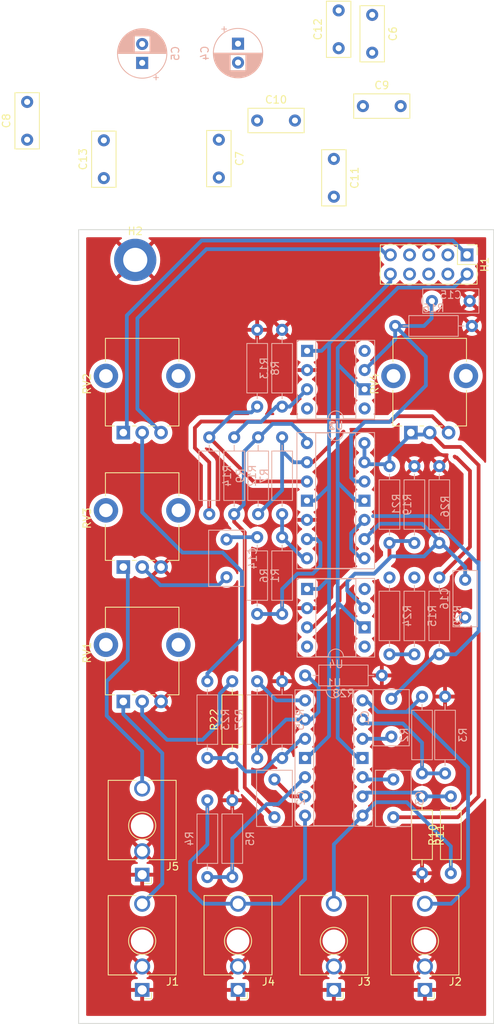
<source format=kicad_pcb>
(kicad_pcb (version 20211014) (generator pcbnew)
  (layers (0 "F.Cu" signal) (31 "B.Cu" signal) (34 "B.Paste" user) (35 "F.Paste" user) (36 "B.SilkS" user "B.Silkscreen") (37 "F.SilkS" user "F.Silkscreen") (38 "B.Mask" user) (39 "F.Mask" user) (44 "Edge.Cuts" user))
  (net 0 "")
  (net 1 "/TP")
  (net 2 "Net-(C1-Pad2)")
  (net 3 "/HP")
  (net 4 "Net-(C2-Pad2)")
  (net 5 "Net-(C14-Pad1)")
  (net 6 "Net-(C3-Pad2)")
  (net 7 "+12V")
  (net 8 "GND")
  (net 9 "-12V")
  (net 10 "/BP")
  (net 11 "Net-(C14-Pad2)")
  (net 12 "Net-(C15-Pad1)")
  (net 13 "Net-(C16-Pad1)")
  (net 14 "Net-(R1-Pad1)")
  (net 15 "/TP_OUT")
  (net 16 "Net-(R2-Pad2)")
  (net 17 "/HP_OUT")
  (net 18 "Net-(R4-Pad2)")
  (net 19 "Net-(R6-Pad1)")
  (net 20 "Net-(R20-Pad2)")
  (net 21 "Net-(R14-Pad2)")
  (net 22 "/BP_OUT")
  (net 23 "Net-(R10-Pad2)")
  (net 24 "Net-(R12-Pad2)")
  (net 25 "/BIAS")
  (net 26 "Net-(R15-Pad2)")
  (net 27 "Net-(R19-Pad1)")
  (net 28 "Net-(R22-Pad1)")
  (net 29 "Net-(R22-Pad2)")
  (net 30 "Net-(R23-Pad2)")
  (net 31 "Net-(R24-Pad2)")
  (net 32 "/Bias")
  (net 33 "Net-(R27-Pad2)")
  (net 34 "/FREQ_CV_IN")
  (net 39 "Net-(H1-Pad3)")
  (net 40 "/AUDIO_IN_ATT")
  (net 41 "Net-(RV4-Pad3)")
  (footprint "Connector_PinHeader_2.54mm:PinHeader_2x05_P2.54mm_Vertical" (layer "F.Cu") (at 101.468 53.335 -90)
    (fp_text reference "H1")
    (fp_text value "PIN_HEADER_2x5")
  )
  (footprint "Capacitor_THT:C_Rect_L7.2mm_W3.0mm_P5.00mm_FKS2_FKP2_MKS2_MKP2" (layer "F.Cu") (at 88.9 21.59 -90)
    (fp_text reference "C6")
    (fp_text value "100nF")
  )
  (footprint "Potentiometer_THT:Potentiometer_Alpha_RD901F-40-00D_Single_Vertical_CircularHoles" (layer "F.Cu") (at 94.02 76.845 90)
    (fp_text reference "RV4")
    (fp_text value "100k")
  )
  (footprint "Resistor_THT:R_Axial_DIN0207_L6.3mm_D2.5mm_P10.16mm_Horizontal" (layer "F.Cu") (at 70.358 119.888 90)
    (fp_text reference "R22")
    (fp_text value "20k")
  )
  (footprint "Connector_Audio:Jack_3.5mm_QingPu_WQP-PJ398SM_Vertical_CircularHoles" (layer "F.Cu") (at 95.885 150.56 180)
    (fp_text reference "J2")
    (fp_text value "TP_OUT")
  )
  (footprint "Connector_Audio:Jack_3.5mm_QingPu_WQP-PJ398SM_Vertical_CircularHoles" (layer "F.Cu") (at 71.12 150.56 180)
    (fp_text reference "J4")
    (fp_text value "HP_OUT")
  )
  (footprint "Potentiometer_THT:Potentiometer_Alpha_RD901F-40-00D_Single_Vertical_CircularHoles" (layer "F.Cu") (at 55.92 76.845 90)
    (fp_text reference "RV2")
    (fp_text value "100k")
  )
  (footprint "Resistor_THT:R_Axial_DIN0207_L6.3mm_D2.5mm_P10.16mm_Horizontal" (layer "F.Cu") (at 95.504 124.968 -90)
    (fp_text reference "R11")
    (fp_text value "10k")
  )
  (footprint "Connector_Audio:Jack_3.5mm_QingPu_WQP-PJ398SM_Vertical_CircularHoles" (layer "F.Cu") (at 58.42 135.32 180)
    (fp_text reference "J5")
    (fp_text value "AUDIO_IN")
  )
  (footprint "Capacitor_THT:C_Rect_L7.2mm_W3.0mm_P5.00mm_FKS2_FKP2_MKS2_MKP2" (layer "F.Cu") (at 87.67 33.655)
    (fp_text reference "C9")
    (fp_text value "100nF")
  )
  (footprint "Resistor_THT:R_Axial_DIN0207_L6.3mm_D2.5mm_P10.16mm_Horizontal" (layer "F.Cu") (at 99.314 135.128 90)
    (fp_text reference "R10")
    (fp_text value "15k")
  )
  (footprint "Capacitor_THT:C_Rect_L7.2mm_W3.0mm_P5.00mm_FKS2_FKP2_MKS2_MKP2" (layer "F.Cu") (at 83.82 40.64 -90)
    (fp_text reference "C11")
    (fp_text value "100nF")
  )
  (footprint "Capacitor_THT:C_Rect_L7.2mm_W3.0mm_P5.00mm_FKS2_FKP2_MKS2_MKP2" (layer "F.Cu") (at 53.34 43.18 90)
    (fp_text reference "C13")
    (fp_text value "100nF")
  )
  (footprint "Potentiometer_THT:Potentiometer_Alpha_RD901F-40-00D_Single_Vertical_CircularHoles" (layer "F.Cu") (at 55.92 112.405 90)
    (fp_text reference "RV1")
    (fp_text value "100k")
  )
  (footprint "MountingHole:MountingHole_3.2mm_M3_DIN965_Pad" (layer "F.Cu") (at 57.5 54)
    (fp_text reference "H2")
    (fp_text value "MountingHole_Pad")
  )
  (footprint "Capacitor_THT:C_Rect_L7.2mm_W3.0mm_P5.00mm_FKS2_FKP2_MKS2_MKP2" (layer "F.Cu") (at 84.455 25.995 90)
    (fp_text reference "C12")
    (fp_text value "100nF")
  )
  (footprint "Capacitor_THT:C_Rect_L7.2mm_W3.0mm_P5.00mm_FKS2_FKP2_MKS2_MKP2" (layer "F.Cu") (at 43.18 38.1 90)
    (fp_text reference "C8")
    (fp_text value "100nF")
  )
  (footprint "Capacitor_THT:C_Rect_L7.2mm_W3.0mm_P5.00mm_FKS2_FKP2_MKS2_MKP2" (layer "F.Cu") (at 68.58 38.1 -90)
    (fp_text reference "C7")
    (fp_text value "100nF")
  )
  (footprint "Potentiometer_THT:Potentiometer_Alpha_RD901F-40-00D_Single_Vertical_CircularHoles" (layer "F.Cu") (at 55.92 94.625 90)
    (fp_text reference "RV3")
    (fp_text value "100k")
  )
  (footprint "Connector_Audio:Jack_3.5mm_QingPu_WQP-PJ398SM_Vertical_CircularHoles" (layer "F.Cu") (at 58.42 150.56 180)
    (fp_text reference "J1")
    (fp_text value "CV_IN")
  )
  (footprint "Capacitor_THT:C_Rect_L7.2mm_W3.0mm_P5.00mm_FKS2_FKP2_MKS2_MKP2" (layer "F.Cu") (at 73.66 35.56)
    (fp_text reference "C10")
    (fp_text value "100nF")
  )
  (footprint "Connector_Audio:Jack_3.5mm_QingPu_WQP-PJ398SM_Vertical_CircularHoles" (layer "F.Cu") (at 83.82 150.56 180)
    (fp_text reference "J3")
    (fp_text value "BP_OUT")
  )
  (footprint "Capacitor_THT:C_Rect_L7.2mm_W3.0mm_P5.00mm_FKS2_FKP2_MKS2_MKP2" (layer "B.Cu") (at 96.814 59.436)
    (fp_text reference "C15")
    (fp_text value "10nF")
  )
  (footprint "Package_DIP:DIP-14_W7.62mm_Socket" (layer "B.Cu") (at 87.62 112.263 180)
    (fp_text reference "U1")
    (fp_text value "TL084")
  )
  (footprint "Resistor_THT:R_Axial_DIN0207_L6.3mm_D2.5mm_P10.16mm_Horizontal" (layer "B.Cu") (at 91.186 106.172 90)
    (fp_text reference "R24")
    (fp_text value "10k")
  )
  (footprint "Resistor_THT:R_Axial_DIN0207_L6.3mm_D2.5mm_P10.16mm_Horizontal" (layer "B.Cu") (at 91.186 91.44 90)
    (fp_text reference "R19")
    (fp_text value "20k")
  )
  (footprint "Resistor_THT:R_Axial_DIN0207_L6.3mm_D2.5mm_P10.16mm_Horizontal" (layer "B.Cu") (at 76.962 90.678 -90)
    (fp_text reference "R6")
    (fp_text value "10k")
  )
  (footprint "Resistor_THT:R_Axial_DIN0207_L6.3mm_D2.5mm_P10.16mm_Horizontal" (layer "B.Cu") (at 73.787 77.47 -90)
    (fp_text reference "R9")
    (fp_text value "20k")
  )
  (footprint "Resistor_THT:R_Axial_DIN0207_L6.3mm_D2.5mm_P10.16mm_Horizontal" (layer "B.Cu") (at 73.66 109.728 -90)
    (fp_text reference "R27")
    (fp_text value "20k")
  )
  (footprint "Resistor_THT:R_Axial_DIN0207_L6.3mm_D2.5mm_P10.16mm_Horizontal" (layer "B.Cu") (at 102.108 62.738 180)
    (fp_text reference "R16")
    (fp_text value "20k")
  )
  (footprint "Resistor_THT:R_Axial_DIN0207_L6.3mm_D2.5mm_P10.16mm_Horizontal" (layer "B.Cu") (at 97.79 81.28 -90)
    (fp_text reference "R26")
    (fp_text value "20k")
  )
  (footprint "Capacitor_THT:C_Rect_L7.2mm_W4.5mm_P5.00mm_FKS2_FKP2_MKS2_MKP2" (layer "B.Cu") (at 91.44 112.054 -90)
    (fp_text reference "C1")
    (fp_text value "1uF")
  )
  (footprint "Capacitor_THT:CP_Radial_D6.3mm_P2.50mm" (layer "B.Cu") (at 71.12 25.4 -90)
    (fp_text reference "C4")
    (fp_text value "10uF")
  )
  (footprint "Resistor_THT:R_Axial_DIN0207_L6.3mm_D2.5mm_P10.16mm_Horizontal" (layer "B.Cu") (at 70.612 87.63 90)
    (fp_text reference "R12")
    (fp_text value "20k")
  )
  (footprint "Resistor_THT:R_Axial_DIN0207_L6.3mm_D2.5mm_P10.16mm_Horizontal" (layer "B.Cu") (at 94.488 81.28 -90)
    (fp_text reference "R21")
    (fp_text value "200R")
  )
  (footprint "Resistor_THT:R_Axial_DIN0207_L6.3mm_D2.5mm_P10.16mm_Horizontal" (layer "B.Cu") (at 94.488 106.172 90)
    (fp_text reference "R15")
    (fp_text value "10k")
  )
  (footprint "Resistor_THT:R_Axial_DIN0207_L6.3mm_D2.5mm_P10.16mm_Horizontal" (layer "B.Cu") (at 67.056 119.888 90)
    (fp_text reference "R23")
    (fp_text value "20k")
  )
  (footprint "Package_DIP:DIP-14_W7.62mm_Socket" (layer "B.Cu") (at 87.874 78.227 180)
    (fp_text reference "U2")
    (fp_text value "TL084")
  )
  (footprint "Resistor_THT:R_Axial_DIN0207_L6.3mm_D2.5mm_P10.16mm_Horizontal" (layer "B.Cu") (at 95.504 111.76 -90)
    (fp_text reference "R2")
    (fp_text value "15k")
  )
  (footprint "Resistor_THT:R_Axial_DIN0207_L6.3mm_D2.5mm_P10.16mm_Horizontal" (layer "B.Cu") (at 80.01 108.966)
    (fp_text reference "R28")
    (fp_text value "10k")
  )
  (footprint "Package_DIP:DIP-8_W7.62mm_Socket" (layer "B.Cu") (at 80.274 105.146)
    (fp_text reference "U4")
    (fp_text value "CA3080")
  )
  (footprint "Resistor_THT:R_Axial_DIN0207_L6.3mm_D2.5mm_P10.16mm_Horizontal" (layer "B.Cu") (at 67.31 87.63 90)
    (fp_text reference "R14")
    (fp_text value "20k")
  )
  (footprint "Capacitor_THT:C_Rect_L7.2mm_W4.5mm_P5.00mm_FKS2_FKP2_MKS2_MKP2" (layer "B.Cu") (at 91.694 127.722 90)
    (fp_text reference "C3")
    (fp_text value "1uF")
  )
  (footprint "Resistor_THT:R_Axial_DIN0207_L6.3mm_D2.5mm_P10.16mm_Horizontal" (layer "B.Cu") (at 97.79 106.172 90)
    (fp_text reference "R20")
    (fp_text value "20k")
  )
  (footprint "Capacitor_THT:C_Rect_L7.2mm_W4.5mm_P5.00mm_FKS2_FKP2_MKS2_MKP2" (layer "B.Cu") (at 75.946 127.722 90)
    (fp_text reference "C2")
    (fp_text value "1uF")
  )
  (footprint "Capacitor_THT:C_Rect_L7.2mm_W3.0mm_P5.00mm_FKS2_FKP2_MKS2_MKP2" (layer "B.Cu") (at 101.219 96.306 -90)
    (fp_text reference "C16")
    (fp_text value "10nF")
  )
  (footprint "Capacitor_THT:C_Rect_L7.2mm_W4.5mm_P5.00mm_FKS2_FKP2_MKS2_MKP2" (layer "B.Cu") (at 69.596 95.972 90)
    (fp_text reference "C14")
    (fp_text value "1uF")
  )
  (footprint "Resistor_THT:R_Axial_DIN0207_L6.3mm_D2.5mm_P10.16mm_Horizontal" (layer "B.Cu") (at 67.056 125.476 -90)
    (fp_text reference "R4")
    (fp_text value "10k")
  )
  (footprint "Resistor_THT:R_Axial_DIN0207_L6.3mm_D2.5mm_P10.16mm_Horizontal" (layer "B.Cu") (at 76.962 77.47 -90)
    (fp_text reference "R7")
    (fp_text value "20k")
  )
  (footprint "Resistor_THT:R_Axial_DIN0207_L6.3mm_D2.5mm_P10.16mm_Horizontal" (layer "B.Cu") (at 98.552 121.92 90)
    (fp_text reference "R3")
    (fp_text value "10k")
  )
  (footprint "Resistor_THT:R_Axial_DIN0207_L6.3mm_D2.5mm_P10.16mm_Horizontal" (layer "B.Cu") (at 76.962 119.888 90)
    (fp_text reference "R25")
    (fp_text value "20k")
  )
  (footprint "Package_DIP:DIP-8_W7.62mm_Socket" (layer "B.Cu") (at 80.274 73.65)
    (fp_text reference "U3")
    (fp_text value "CA3080")
  )
  (footprint "Resistor_THT:R_Axial_DIN0207_L6.3mm_D2.5mm_P10.16mm_Horizontal" (layer "B.Cu") (at 70.358 135.636 90)
    (fp_text reference "R5")
    (fp_text value "10k")
  )
  (footprint "Resistor_THT:R_Axial_DIN0207_L6.3mm_D2.5mm_P10.16mm_Horizontal" (layer "B.Cu") (at 76.962 63.246 -90)
    (fp_text reference "R13")
    (fp_text value "200R")
  )
  (footprint "Resistor_THT:R_Axial_DIN0207_L6.3mm_D2.5mm_P10.16mm_Horizontal" (layer "B.Cu") (at 73.66 73.406 90)
    (fp_text reference "R8")
    (fp_text value "20k")
  )
  (footprint "Resistor_THT:R_Axial_DIN0207_L6.3mm_D2.5mm_P10.16mm_Horizontal" (layer "B.Cu") (at 73.66 100.838 90)
    (fp_text reference "R1")
    (fp_text value "20k")
  )
  (footprint "Capacitor_THT:CP_Radial_D6.3mm_P2.50mm" (layer "B.Cu") (at 58.42 27.94 90)
    (fp_text reference "C5")
    (fp_text value "10uF")
  )
  (gr_line (start 105 50) (end 50 50) (layer "Edge.Cuts") (width 0.1))
  (gr_line (start 50 50) (end 50 155) (layer "Edge.Cuts") (width 0.1))
  (gr_line (start 50 155) (end 105 155) (layer "Edge.Cuts") (width 0.1))
  (gr_line (start 105 155) (end 105 50) (layer "Edge.Cuts") (width 0.1))
  (segment (start 97.79 106.172) (end 97.322 106.172) (width 0.5) (layer "B.Cu") (net 1))
  (segment (start 102.997 103.124) (end 99.949 106.172) (width 0.5) (layer "B.Cu") (net 1))
  (segment (start 87.874 88.387) (end 88.27 88.387) (width 0.5) (layer "B.Cu") (net 1))
  (segment (start 86.106 92.202) (end 86.106 90.155) (width 0.5) (layer "B.Cu") (net 1))
  (segment (start 102.997 93.98) (end 102.997 103.124) (width 0.5) (layer "B.Cu") (net 1))
  (segment (start 86.106 90.155) (end 87.874 88.387) (width 0.5) (layer "B.Cu") (net 1))
  (segment (start 87.874 93.467) (end 87.371 93.467) (width 0.5) (layer "B.Cu") (net 1))
  (segment (start 99.949 106.172) (end 97.79 106.172) (width 0.5) (layer "B.Cu") (net 1))
  (segment (start 97.322 106.172) (end 91.44 112.054) (width 0.5) (layer "B.Cu") (net 1))
  (segment (start 87.371 93.467) (end 86.106 92.202) (width 0.5) (layer "B.Cu") (net 1))
  (segment (start 96.647 87.884) (end 102.997 94.234) (width 0.5) (layer "B.Cu") (net 1))
  (segment (start 89.027 87.884) (end 96.647 87.884) (width 0.5) (layer "B.Cu") (net 1))
  (segment (start 87.62 117.343) (end 91.151 117.343) (width 0.5) (layer "B.Cu") (net 2))
  (segment (start 91.151 117.343) (end 91.44 117.054) (width 0.5) (layer "B.Cu") (net 2))
  (segment (start 72.009 90.043) (end 70.612 88.646) (width 0.5) (layer "F.Cu") (net 3))
  (segment (start 70.612 88.646) (end 70.612 87.63) (width 0.5) (layer "F.Cu") (net 3))
  (segment (start 72.009 123.785) (end 72.009 90.043) (width 0.5) (layer "F.Cu") (net 3))
  (segment (start 75.946 127.722) (end 72.009 123.785) (width 0.5) (layer "F.Cu") (net 3))
  (segment (start 73.787 77.47) (end 73.914 77.47) (width 0.5) (layer "B.Cu") (net 3))
  (segment (start 71.882 86.36) (end 71.882 79.375) (width 0.5) (layer "B.Cu") (net 3))
  (segment (start 71.882 79.375) (end 73.787 77.47) (width 0.5) (layer "B.Cu") (net 3))
  (segment (start 75.692 75.692) (end 78.232 75.692) (width 0.5) (layer "B.Cu") (net 3))
  (segment (start 80.254 77.714) (end 80.254 78.227) (width 0.5) (layer "B.Cu") (net 3))
  (segment (start 73.914 77.47) (end 75.692 75.692) (width 0.5) (layer "B.Cu") (net 3))
  (segment (start 78.232 75.692) (end 80.254 77.714) (width 0.5) (layer "B.Cu") (net 3))
  (segment (start 70.612 87.63) (end 71.882 86.36) (width 0.5) (layer "B.Cu") (net 3))
  (segment (start 78.187 124.963) (end 80 124.963) (width 0.5) (layer "F.Cu") (net 4))
  (segment (start 75.946 122.722) (end 78.187 124.963) (width 0.5) (layer "F.Cu") (net 4))
  (segment (start 58.43 94.625) (end 60.833 97.028) (width 0.5) (layer "B.Cu") (net 5))
  (segment (start 58.42 94.625) (end 58.43 94.625) (width 0.5) (layer "B.Cu") (net 5))
  (segment (start 60.833 97.028) (end 68.54 97.028) (width 0.5) (layer "B.Cu") (net 5))
  (segment (start 68.54 97.028) (end 69.596 95.972) (width 0.5) (layer "B.Cu") (net 5))
  (segment (start 87.919 122.722) (end 87.62 122.423) (width 0.5) (layer "B.Cu") (net 6))
  (segment (start 91.694 122.722) (end 87.919 122.722) (width 0.5) (layer "B.Cu") (net 6))
  (segment (start 99.685 57.658) (end 101.468 55.875) (width 0.5) (layer "B.Cu") (net 7))
  (segment (start 87.62 71.11) (end 84.328 67.818) (width 0.5) (layer "B.Cu") (net 7))
  (segment (start 86.99 119.883) (end 84.328 117.221) (width 0.5) (layer "B.Cu") (net 7))
  (segment (start 87.894 71.11) (end 87.62 71.11) (width 0.5) (layer "B.Cu") (net 7))
  (segment (start 56.388 61.341) (end 56.388 76.377) (width 0.5) (layer "B.Cu") (net 7))
  (segment (start 87.874 85.847) (end 86.736 85.847) (width 0.5) (layer "B.Cu") (net 7))
  (segment (start 92.329 57.658) (end 99.685 57.658) (width 0.5) (layer "B.Cu") (net 7))
  (segment (start 84.328 99.314) (end 84.328 83.439) (width 0.5) (layer "B.Cu") (net 7))
  (segment (start 84.328 65.659) (end 92.329 57.658) (width 0.5) (layer "B.Cu") (net 7))
  (segment (start 84.328 117.221) (end 84.328 99.314) (width 0.5) (layer "B.Cu") (net 7))
  (segment (start 84.328 83.439) (end 84.328 67.818) (width 0.5) (layer "B.Cu") (net 7))
  (segment (start 99.568 51.435) (end 66.294 51.435) (width 0.5) (layer "B.Cu") (net 7))
  (segment (start 66.294 51.435) (end 56.388 61.341) (width 0.5) (layer "B.Cu") (net 7))
  (segment (start 87.62 102.606) (end 84.328 99.314) (width 0.5) (layer "B.Cu") (net 7))
  (segment (start 56.388 76.377) (end 55.92 76.845) (width 0.5) (layer "B.Cu") (net 7))
  (segment (start 84.328 67.818) (end 84.328 65.659) (width 0.5) (layer "B.Cu") (net 7))
  (segment (start 87.894 102.606) (end 87.62 102.606) (width 0.5) (layer "B.Cu") (net 7))
  (segment (start 101.468 53.335) (end 99.568 51.435) (width 0.5) (layer "B.Cu") (net 7))
  (segment (start 86.736 85.847) (end 84.328 83.439) (width 0.5) (layer "B.Cu") (net 7))
  (segment (start 87.62 119.883) (end 86.99 119.883) (width 0.5) (layer "B.Cu") (net 7))
  (segment (start 58.42 135.16) (end 58.42 134.62) (width 0.3) (layer "B.Cu") (net 8))
  (segment (start 80 119.883) (end 80.269 119.883) (width 0.5) (layer "B.Cu") (net 9))
  (segment (start 81.285 85.847) (end 83.185 83.947) (width 0.5) (layer "B.Cu") (net 9))
  (segment (start 82.179 66.03) (end 83.185 65.024) (width 0.5) (layer "B.Cu") (net 9))
  (segment (start 91.308 53.335) (end 90.8 53.335) (width 0.5) (layer "B.Cu") (net 9))
  (segment (start 91.308 55.875) (end 91.308 56.901) (width 0.5) (layer "B.Cu") (net 9))
  (segment (start 83.185 116.967) (end 83.185 96.139) (width 0.5) (layer "B.Cu") (net 9))
  (segment (start 80.274 97.526) (end 81.798 97.526) (width 0.5) (layer "B.Cu") (net 9))
  (segment (start 83.185 83.947) (end 83.185 65.024) (width 0.5) (layer "B.Cu") (net 9))
  (segment (start 57.785 61.722) (end 57.785 73.71) (width 0.5) (layer "B.Cu") (net 9))
  (segment (start 90.8 53.335) (end 90.043 52.578) (width 0.5) (layer "B.Cu") (net 9))
  (segment (start 81.798 97.526) (end 83.185 96.139) (width 0.5) (layer "B.Cu") (net 9))
  (segment (start 80.254 85.847) (end 81.285 85.847) (width 0.5) (layer "B.Cu") (net 9))
  (segment (start 80.269 119.883) (end 83.185 116.967) (width 0.5) (layer "B.Cu") (net 9))
  (segment (start 91.308 56.901) (end 83.185 65.024) (width 0.5) (layer "B.Cu") (net 9))
  (segment (start 83.185 96.139) (end 83.185 83.947) (width 0.5) (layer "B.Cu") (net 9))
  (segment (start 57.785 73.71) (end 60.92 76.845) (width 0.5) (layer "B.Cu") (net 9))
  (segment (start 90.043 52.578) (end 66.929 52.578) (width 0.5) (layer "B.Cu") (net 9))
  (segment (start 80.274 66.03) (end 82.179 66.03) (width 0.5) (layer "B.Cu") (net 9))
  (segment (start 66.929 52.578) (end 57.785 61.722) (width 0.5) (layer "B.Cu") (net 9))
  (segment (start 102.997 81.153) (end 100.584 78.74) (width 0.5) (layer "F.Cu") (net 10))
  (segment (start 100.243 127.722) (end 102.997 124.968) (width 0.5) (layer "F.Cu") (net 10))
  (segment (start 102.997 124.968) (end 102.997 81.153) (width 0.5) (layer "F.Cu") (net 10))
  (segment (start 91.694 127.722) (end 100.243 127.722) (width 0.5) (layer "F.Cu") (net 10))
  (segment (start 96.53 76.845) (end 96.52 76.845) (width 0.5) (layer "F.Cu") (net 10))
  (segment (start 98.425 78.74) (end 96.53 76.845) (width 0.5) (layer "F.Cu") (net 10))
  (segment (start 100.584 78.74) (end 98.425 78.74) (width 0.5) (layer "F.Cu") (net 10))
  (segment (start 88.133 81.026) (end 87.874 80.767) (width 0.5) (layer "B.Cu") (net 10))
  (segment (start 87.874 78.227) (end 87.874 80.767) (width 0.5) (layer "B.Cu") (net 10))
  (segment (start 96.52 77.099) (end 94.02 77.099) (width 0.5) (layer "B.Cu") (net 10))
  (segment (start 91.186 79.933) (end 94.02 77.099) (width 0.5) (layer "B.Cu") (net 10))
  (segment (start 91.186 81.026) (end 91.186 79.933) (width 0.5) (layer "B.Cu") (net 10))
  (segment (start 91.186 81.026) (end 88.133 81.026) (width 0.5) (layer "B.Cu") (net 10))
  (segment (start 69.89 90.678) (end 69.596 90.972) (width 0.5) (layer "B.Cu") (net 11))
  (segment (start 73.66 90.678) (end 69.89 90.678) (width 0.5) (layer "B.Cu") (net 11))
  (segment (start 91.948 64.516) (end 87.894 68.57) (width 0.5) (layer "B.Cu") (net 12))
  (segment (start 95.758 62.738) (end 91.948 62.738) (width 0.5) (layer "B.Cu") (net 12))
  (segment (start 87.874 83.307) (end 86.609 83.307) (width 0.5) (layer "B.Cu") (net 12))
  (segment (start 96.012 66.802) (end 91.948 62.738) (width 0.5) (layer "B.Cu") (net 12))
  (segment (start 86.609 83.307) (end 86.106 82.804) (width 0.5) (layer "B.Cu") (net 12))
  (segment (start 86.106 77.216) (end 87.884 75.438) (width 0.5) (layer "B.Cu") (net 12))
  (segment (start 87.884 75.438) (end 91.186 75.438) (width 0.5) (layer "B.Cu") (net 12))
  (segment (start 96.012 70.612) (end 96.012 66.802) (width 0.5) (layer "B.Cu") (net 12))
  (segment (start 96.814 59.436) (end 96.774 59.476) (width 0.5) (layer "B.Cu") (net 12))
  (segment (start 91.948 62.738) (end 91.948 64.516) (width 0.5) (layer "B.Cu") (net 12))
  (segment (start 96.774 59.476) (end 96.774 61.722) (width 0.5) (layer "B.Cu") (net 12))
  (segment (start 91.186 75.438) (end 96.012 70.612) (width 0.5) (layer "B.Cu") (net 12))
  (segment (start 96.774 61.722) (end 95.758 62.738) (width 0.5) (layer "B.Cu") (net 12))
  (segment (start 86.106 82.804) (end 86.106 77.216) (width 0.5) (layer "B.Cu") (net 12))
  (segment (start 87.874 90.927) (end 88.143 90.927) (width 0.5) (layer "B.Cu") (net 13))
  (segment (start 97.79 91.186) (end 95.504 88.9) (width 0.5) (layer "B.Cu") (net 13))
  (segment (start 95.758 93.218) (end 91.44 93.218) (width 0.5) (layer "B.Cu") (net 13))
  (segment (start 89.154 95.504) (end 86.614 95.504) (width 0.5) (layer "B.Cu") (net 13))
  (segment (start 101.219 94.615) (end 97.79 91.186) (width 0.5) (layer "B.Cu") (net 13))
  (segment (start 85.598 97.77) (end 87.894 100.066) (width 0.5) (layer "B.Cu") (net 13))
  (segment (start 91.44 93.218) (end 89.154 95.504) (width 0.5) (layer "B.Cu") (net 13))
  (segment (start 86.614 95.504) (end 85.598 96.52) (width 0.5) (layer "B.Cu") (net 13))
  (segment (start 101.219 96.306) (end 101.219 94.615) (width 0.5) (layer "B.Cu") (net 13))
  (segment (start 89.901 88.9) (end 87.874 90.927) (width 0.5) (layer "B.Cu") (net 13))
  (segment (start 85.598 96.52) (end 85.598 97.77) (width 0.5) (layer "B.Cu") (net 13))
  (segment (start 97.79 91.186) (end 95.758 93.218) (width 0.5) (layer "B.Cu") (net 13))
  (segment (start 88.133 90.927) (end 87.874 90.927) (width 0.5) (layer "B.Cu") (net 13))
  (segment (start 88.148 100.066) (end 87.894 100.066) (width 0.5) (layer "B.Cu") (net 13))
  (segment (start 95.504 88.9) (end 89.901 88.9) (width 0.5) (layer "B.Cu") (net 13))
  (segment (start 78.994 95.504) (end 76.962 97.536) (width 0.5) (layer "B.Cu") (net 14))
  (segment (start 82.042 94.488) (end 81.026 95.504) (width 0.5) (layer "B.Cu") (net 14))
  (segment (start 73.66 100.838) (end 76.962 100.838) (width 0.5) (layer "B.Cu") (net 14))
  (segment (start 80.005 90.678) (end 80.254 90.927) (width 0.5) (layer "B.Cu") (net 14))
  (segment (start 82.042 91.44) (end 81.529 90.927) (width 0.5) (layer "B.Cu") (net 14))
  (segment (start 81.026 95.504) (end 78.994 95.504) (width 0.5) (layer "B.Cu") (net 14))
  (segment (start 76.962 97.536) (end 76.962 100.838) (width 0.5) (layer "B.Cu") (net 14))
  (segment (start 81.529 90.927) (end 80.254 90.927) (width 0.5) (layer "B.Cu") (net 14))
  (segment (start 82.042 94.488) (end 82.042 91.44) (width 0.5) (layer "B.Cu") (net 14))
  (segment (start 92.71 113.792) (end 93.472 113.792) (width 0.5) (layer "B.Cu") (net 15))
  (segment (start 99.346 139.16) (end 101.6 136.906) (width 0.5) (layer "B.Cu") (net 15))
  (segment (start 94.234 113.792) (end 92.71 113.792) (width 0.5) (layer "B.Cu") (net 15))
  (segment (start 88.133 112.263) (end 89.662 113.792) (width 0.5) (layer "B.Cu") (net 15))
  (segment (start 101.6 121.158) (end 94.234 113.792) (width 0.5) (layer "B.Cu") (net 15))
  (segment (start 93.472 113.792) (end 95.504 111.76) (width 0.5) (layer "B.Cu") (net 15))
  (segment (start 89.662 113.792) (end 92.71 113.792) (width 0.5) (layer "B.Cu") (net 15))
  (segment (start 95.885 139.16) (end 99.346 139.16) (width 0.5) (layer "B.Cu") (net 15))
  (segment (start 87.62 112.263) (end 88.133 112.263) (width 0.5) (layer "B.Cu") (net 15))
  (segment (start 101.6 136.906) (end 101.6 121.158) (width 0.5) (layer "B.Cu") (net 15))
  (segment (start 88.133 115.316) (end 87.62 114.803) (width 0.5) (layer "B.Cu") (net 16))
  (segment (start 92.964 115.316) (end 88.133 115.316) (width 0.5) (layer "B.Cu") (net 16))
  (segment (start 95.504 121.92) (end 95.504 117.856) (width 0.5) (layer "B.Cu") (net 16))
  (segment (start 95.504 121.92) (end 98.552 121.92) (width 0.5) (layer "B.Cu") (net 16))
  (segment (start 95.504 117.856) (end 92.964 115.316) (width 0.5) (layer "B.Cu") (net 16))
  (segment (start 71.12 139.16) (end 66.516 139.16) (width 0.5) (layer "B.Cu") (net 17))
  (segment (start 64.77 133.604) (end 67.056 131.318) (width 0.5) (layer "B.Cu") (net 17))
  (segment (start 76.74 139.16) (end 71.12 139.16) (width 0.5) (layer "B.Cu") (net 17))
  (segment (start 64.77 137.414) (end 64.77 133.604) (width 0.5) (layer "B.Cu") (net 17))
  (segment (start 67.056 131.318) (end 67.056 125.476) (width 0.5) (layer "B.Cu") (net 17))
  (segment (start 66.516 139.16) (end 64.77 137.414) (width 0.5) (layer "B.Cu") (net 17))
  (segment (start 80 135.9) (end 76.74 139.16) (width 0.5) (layer "B.Cu") (net 17))
  (segment (start 80 135.9) (end 80 127.503) (width 0.5) (layer "B.Cu") (net 17))
  (segment (start 74.93 125.984) (end 76.439 125.984) (width 0.5) (layer "B.Cu") (net 18))
  (segment (start 70.358 130.556) (end 74.93 125.984) (width 0.5) (layer "B.Cu") (net 18))
  (segment (start 70.358 135.636) (end 70.358 130.556) (width 0.5) (layer "B.Cu") (net 18))
  (segment (start 67.056 135.636) (end 70.358 135.636) (width 0.5) (layer "B.Cu") (net 18))
  (segment (start 76.439 125.984) (end 80 122.423) (width 0.5) (layer "B.Cu") (net 18))
  (segment (start 79.751 93.467) (end 80.254 93.467) (width 0.5) (layer "B.Cu") (net 19))
  (segment (start 76.962 90.678) (end 76.962 87.63) (width 0.5) (layer "B.Cu") (net 19))
  (segment (start 76.962 90.678) (end 79.751 93.467) (width 0.5) (layer "B.Cu") (net 19))
  (segment (start 99.949 80.137) (end 99.822 80.01) (width 0.5) (layer "F.Cu") (net 20))
  (segment (start 81.031 80.767) (end 85.09 76.708) (width 0.5) (layer "F.Cu") (net 20))
  (segment (start 101.854 90.932) (end 101.854 81.915) (width 0.5) (layer "F.Cu") (net 20))
  (segment (start 100.076 80.137) (end 99.949 80.137) (width 0.5) (layer "F.Cu") (net 20))
  (segment (start 101.854 81.915) (end 100.076 80.137) (width 0.5) (layer "F.Cu") (net 20))
  (segment (start 97.79 96.012) (end 101.854 91.948) (width 0.5) (layer "F.Cu") (net 20))
  (segment (start 76.962 77.47) (end 76.962 77.343) (width 0.5) (layer "F.Cu") (net 20))
  (segment (start 80.254 80.767) (end 81.031 80.767) (width 0.5) (layer "F.Cu") (net 20))
  (segment (start 101.854 91.948) (end 101.854 90.932) (width 0.5) (layer "F.Cu") (net 20))
  (segment (start 80.254 80.767) (end 78.481 80.767) (width 0.5) (layer "B.Cu") (net 20))
  (segment (start 78.481 80.767) (end 76.962 79.248) (width 0.5) (layer "B.Cu") (net 20))
  (segment (start 73.787 87.63) (end 76.962 84.455) (width 0.5) (layer "B.Cu") (net 20))
  (segment (start 76.962 79.248) (end 76.962 77.47) (width 0.5) (layer "B.Cu") (net 20))
  (segment (start 76.962 84.455) (end 76.962 79.248) (width 0.5) (layer "B.Cu") (net 20))
  (segment (start 73.147 83.307) (end 67.31 77.47) (width 0.5) (layer "F.Cu") (net 21))
  (segment (start 80.254 83.307) (end 73.147 83.307) (width 0.5) (layer "F.Cu") (net 21))
  (segment (start 70.612 74.168) (end 67.31 77.47) (width 0.5) (layer "B.Cu") (net 21))
  (segment (start 72.898 74.168) (end 70.612 74.168) (width 0.5) (layer "B.Cu") (net 21))
  (segment (start 73.66 73.406) (end 72.898 74.168) (width 0.5) (layer "B.Cu") (net 21))
  (segment (start 89.393 125.73) (end 87.62 127.503) (width 0.5) (layer "B.Cu") (net 22))
  (segment (start 99.314 131.572) (end 93.472 125.73) (width 0.5) (layer "B.Cu") (net 22))
  (segment (start 93.472 125.73) (end 89.393 125.73) (width 0.5) (layer "B.Cu") (net 22))
  (segment (start 83.82 131.303) (end 87.62 127.503) (width 0.5) (layer "B.Cu") (net 22))
  (segment (start 99.314 135.128) (end 99.314 131.572) (width 0.5) (layer "B.Cu") (net 22))
  (segment (start 83.82 139.16) (end 83.82 131.303) (width 0.5) (layer "B.Cu") (net 22))
  (segment (start 94.996 124.46) (end 95.504 124.968) (width 0.5) (layer "B.Cu") (net 23))
  (segment (start 95.504 124.968) (end 99.314 124.968) (width 0.5) (layer "B.Cu") (net 23))
  (segment (start 88.123 124.46) (end 94.996 124.46) (width 0.5) (layer "B.Cu") (net 23))
  (segment (start 87.62 124.963) (end 88.123 124.46) (width 0.5) (layer "B.Cu") (net 23))
  (segment (start 76.2 73.406) (end 74.168 75.438) (width 0.5) (layer "B.Cu") (net 24))
  (segment (start 74.168 75.438) (end 72.39 75.438) (width 0.5) (layer "B.Cu") (net 24))
  (segment (start 77.978 73.406) (end 76.962 73.406) (width 0.5) (layer "B.Cu") (net 24))
  (segment (start 80.274 71.11) (end 77.978 73.406) (width 0.5) (layer "B.Cu") (net 24))
  (segment (start 72.39 75.438) (end 70.612 77.216) (width 0.5) (layer "B.Cu") (net 24))
  (segment (start 70.612 77.216) (end 70.612 77.47) (width 0.5) (layer "B.Cu") (net 24))
  (segment (start 76.962 73.406) (end 76.2 73.406) (width 0.5) (layer "B.Cu") (net 24))
  (segment (start 91.186 106.172) (end 94.488 106.172) (width 0.5) (layer "B.Cu") (net 25))
  (segment (start 81.036 102.606) (end 80.274 102.606) (width 0.5) (layer "F.Cu") (net 27))
  (segment (start 91.186 91.186) (end 91.186 93.472) (width 0.5) (layer "F.Cu") (net 27))
  (segment (start 91.186 93.472) (end 89.154 95.504) (width 0.5) (layer "F.Cu") (net 27))
  (segment (start 89.154 95.504) (end 86.614 95.504) (width 0.5) (layer "F.Cu") (net 27))
  (segment (start 84.582 97.536) (end 84.582 99.06) (width 0.5) (layer "F.Cu") (net 27))
  (segment (start 84.582 99.06) (end 81.036 102.606) (width 0.5) (layer "F.Cu") (net 27))
  (segment (start 86.614 95.504) (end 84.582 97.536) (width 0.5) (layer "F.Cu") (net 27))
  (segment (start 94.488 91.186) (end 91.186 91.186) (width 0.5) (layer "B.Cu") (net 27))
  (segment (start 72.136 121.666) (end 74.422 121.666) (width 0.5) (layer "B.Cu") (net 28))
  (segment (start 70.358 119.888) (end 72.136 121.666) (width 0.5) (layer "B.Cu") (net 28))
  (segment (start 79.507 117.343) (end 80 117.343) (width 0.5) (layer "B.Cu") (net 28))
  (segment (start 67.056 119.888) (end 70.358 119.888) (width 0.5) (layer "B.Cu") (net 28))
  (segment (start 76.962 119.888) (end 79.507 117.343) (width 0.5) (layer "B.Cu") (net 28))
  (segment (start 76.2 119.888) (end 76.962 119.888) (width 0.5) (layer "B.Cu") (net 28))
  (segment (start 74.422 121.666) (end 76.2 119.888) (width 0.5) (layer "B.Cu") (net 28))
  (segment (start 68.707 111.379) (end 70.358 109.728) (width 0.5) (layer "B.Cu") (net 29))
  (segment (start 66.421 117.475) (end 68.707 115.189) (width 0.5) (layer "B.Cu") (net 29))
  (segment (start 58.42 114.173) (end 61.722 117.475) (width 0.5) (layer "B.Cu") (net 29))
  (segment (start 68.707 115.189) (end 68.707 111.379) (width 0.5) (layer "B.Cu") (net 29))
  (segment (start 58.42 112.405) (end 58.42 114.173) (width 0.5) (layer "B.Cu") (net 29))
  (segment (start 61.722 117.475) (end 66.421 117.475) (width 0.5) (layer "B.Cu") (net 29))
  (segment (start 71.628 104.14) (end 71.628 95.25) (width 0.5) (layer "B.Cu") (net 30))
  (segment (start 58.42 87.376) (end 58.42 76.845) (width 0.5) (layer "B.Cu") (net 30))
  (segment (start 63.754 92.71) (end 58.42 87.376) (width 0.5) (layer "B.Cu") (net 30))
  (segment (start 69.088 92.71) (end 63.754 92.71) (width 0.5) (layer "B.Cu") (net 30))
  (segment (start 67.056 108.712) (end 71.628 104.14) (width 0.5) (layer "B.Cu") (net 30))
  (segment (start 67.056 109.728) (end 67.056 108.712) (width 0.5) (layer "B.Cu") (net 30))
  (segment (start 71.628 95.25) (end 69.088 92.71) (width 0.5) (layer "B.Cu") (net 30))
  (segment (start 73.66 109.728) (end 76.195 112.263) (width 0.5) (layer "B.Cu") (net 32))
  (segment (start 76.195 112.263) (end 80 112.263) (width 0.5) (layer "B.Cu") (net 32))
  (segment (start 81.788 113.792) (end 81.788 110.49) (width 0.5) (layer "B.Cu") (net 33))
  (segment (start 80 114.803) (end 80.777 114.803) (width 0.5) (layer "B.Cu") (net 33))
  (segment (start 73.66 118.618) (end 77.475 114.803) (width 0.5) (layer "B.Cu") (net 33))
  (segment (start 77.475 114.803) (end 80 114.803) (width 0.5) (layer "B.Cu") (net 33))
  (segment (start 73.66 119.888) (end 73.66 118.618) (width 0.5) (layer "B.Cu") (net 33))
  (segment (start 80.777 114.803) (end 81.788 113.792) (width 0.5) (layer "B.Cu") (net 33))
  (segment (start 81.788 110.49) (end 80.264 108.966) (width 0.5) (layer "B.Cu") (net 33))
  (segment (start 80.264 108.966) (end 80.01 108.966) (width 0.5) (layer "B.Cu") (net 33))
  (segment (start 61.087 119.253) (end 55.92 114.086) (width 0.5) (layer "B.Cu") (net 34))
  (segment (start 55.92 114.086) (end 55.92 112.405) (width 0.5) (layer "B.Cu") (net 34))
  (segment (start 61.087 136.493) (end 61.087 119.253) (width 0.5) (layer "B.Cu") (net 34))
  (segment (start 58.42 139.16) (end 61.087 136.493) (width 0.5) (layer "B.Cu") (net 34))
  (segment (start 53.721 114.3) (end 53.721 109.728) (width 0.5) (layer "B.Cu") (net 40))
  (segment (start 58.42 123.92) (end 58.42 118.999) (width 0.5) (layer "B.Cu") (net 40))
  (segment (start 53.721 109.728) (end 56.515 106.934) (width 0.5) (layer "B.Cu") (net 40))
  (segment (start 56.515 95.22) (end 55.92 94.625) (width 0.5) (layer "B.Cu") (net 40))
  (segment (start 58.42 118.999) (end 53.721 114.3) (width 0.5) (layer "B.Cu") (net 40))
  (segment (start 56.515 106.934) (end 56.515 95.22) (width 0.5) (layer "B.Cu") (net 40))
  (segment (start 92.075 74.676) (end 96.851 74.676) (width 0.5) (layer "F.Cu") (net 41))
  (segment (start 65.405 76.2) (end 66.2305 75.3745) (width 0.5) (layer "F.Cu") (net 41))
  (segment (start 67.31 87.63) (end 67.31 80.772) (width 0.5) (layer "F.Cu") (net 41))
  (segment (start 66.2305 75.3745) (end 91.3765 75.3745) (width 0.5) (layer "F.Cu") (net 41))
  (segment (start 65.405 78.867) (end 65.405 76.2) (width 0.5) (layer "F.Cu") (net 41))
  (segment (start 67.31 80.772) (end 65.405 78.867) (width 0.5) (layer "F.Cu") (net 41))
  (segment (start 91.3765 75.3745) (end 92.075 74.676) (width 0.5) (layer "F.Cu") (net 41))
  (segment (start 96.851 74.676) (end 99.02 76.845) (width 0.5) (layer "F.Cu") (net 41))
  (zone (net 8) (net_name "GND") (layer "F.Cu") (connect_pads (clearance 0.508)) (min_thickness 0.254) (fill yes (thermal_gap 0.508) (thermal_bridge_width 0.508))
    (polygon (pts (xy 105 155.08) (xy 50 155.08) (xy 50 50) (xy 105 50)))
  )
)
</source>
